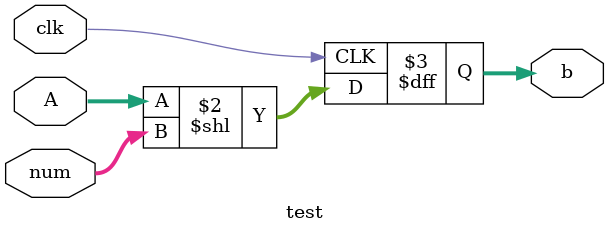
<source format=v>
module test (A, clk, num, b);
 input clk;
 input [7:0] A;
 input [7:0] num;
 output [7:0] b;
 reg [7:0] b;
 always @(posedge clk)
   b =  A << num;
endmodule


</source>
